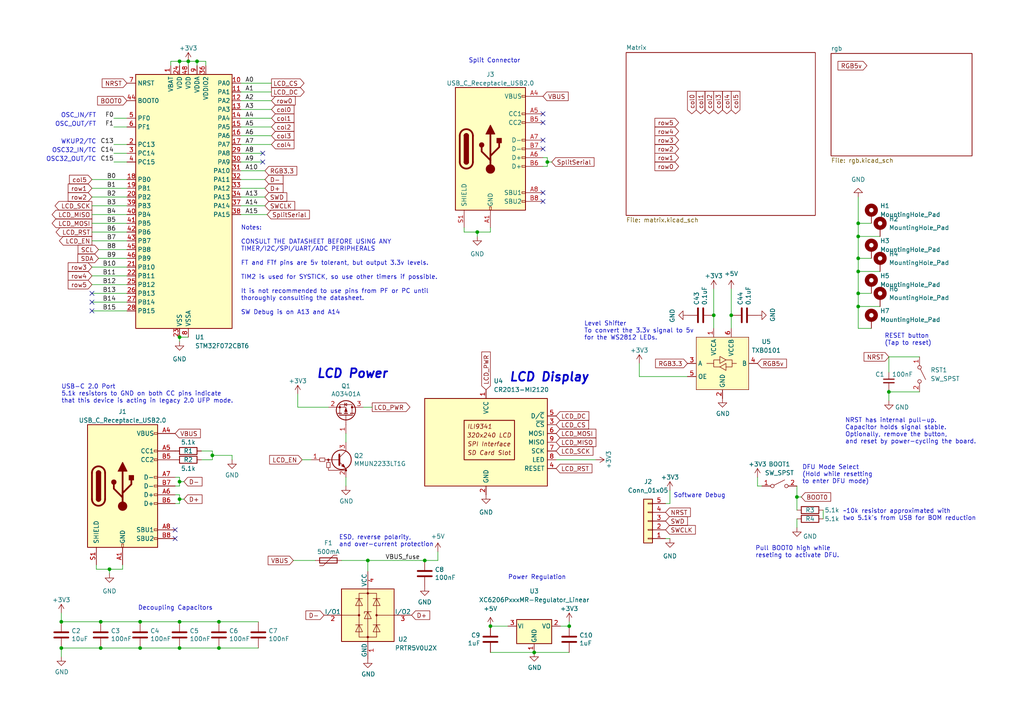
<source format=kicad_sch>
(kicad_sch (version 20231120) (generator "eeschema") (generator_version "8.0")
  (paper "A4")
  (lib_symbols
    (symbol "+5V_1" (power) (pin_names (offset 0))
      (property "Value" "+5V_1" (at 0 3.556 0))
      (symbol "+5V_1_1_1"
        (pin power_in line (at 0 0 90) (length 0) hide (name "+5V") (number "1"))
      )
    )
    (symbol "Connector:USB_C_Receptacle_USB2.0" (pin_names (offset 1.016))
      (property "Reference" "J" (at -10.16 19.05 0))
      (property "Value" "USB_C_Receptacle_USB2.0" (at 19.05 19.05 0))
      (symbol "USB_C_Receptacle_USB2.0_1_1"
        (pin passive line (at 0 -22.86 90) (length 5.08) (name "GND") (number "A1"))
        (pin passive line (at 0 -22.86 90) (length 5.08) hide (name "GND") (number "A12"))
        (pin passive line (at 15.24 15.24 180) (length 5.08) (name "VBUS") (number "A4"))
        (pin bidirectional line (at 15.24 10.16 180) (length 5.08) (name "CC1") (number "A5"))
        (pin bidirectional line (at 15.24 -2.54 180) (length 5.08) (name "D+") (number "A6"))
        (pin bidirectional line (at 15.24 2.54 180) (length 5.08) (name "D-") (number "A7"))
        (pin bidirectional line (at 15.24 -12.7 180) (length 5.08) (name "SBU1") (number "A8"))
        (pin passive line (at 15.24 15.24 180) (length 5.08) hide (name "VBUS") (number "A9"))
        (pin passive line (at 0 -22.86 90) (length 5.08) hide (name "GND") (number "B1"))
        (pin passive line (at 0 -22.86 90) (length 5.08) hide (name "GND") (number "B12"))
        (pin passive line (at 15.24 15.24 180) (length 5.08) hide (name "VBUS") (number "B4"))
        (pin bidirectional line (at 15.24 7.62 180) (length 5.08) (name "CC2") (number "B5"))
        (pin bidirectional line (at 15.24 -5.08 180) (length 5.08) (name "D+") (number "B6"))
        (pin bidirectional line (at 15.24 0 180) (length 5.08) (name "D-") (number "B7"))
        (pin bidirectional line (at 15.24 -15.24 180) (length 5.08) (name "SBU2") (number "B8"))
        (pin passive line (at 15.24 15.24 180) (length 5.08) hide (name "VBUS") (number "B9"))
        (pin passive line (at -7.62 -22.86 90) (length 5.08) (name "SHIELD") (number "S1"))
      )
    )
    (symbol "Connector_Generic:Conn_01x05" (pin_names (offset 1.016) hide)
      (property "Reference" "J" (at 0 7.62 0))
      (property "Value" "Conn_01x05" (at 0 -7.62 0))
      (symbol "Conn_01x05_1_1"
        (pin passive line (at -5.08 5.08 0) (length 3.81) (name "Pin_1") (number "1"))
        (pin passive line (at -5.08 2.54 0) (length 3.81) (name "Pin_2") (number "2"))
        (pin passive line (at -5.08 0 0) (length 3.81) (name "Pin_3") (number "3"))
        (pin passive line (at -5.08 -2.54 0) (length 3.81) (name "Pin_4") (number "4"))
        (pin passive line (at -5.08 -5.08 0) (length 3.81) (name "Pin_5") (number "5"))
      )
    )
    (symbol "Device:C" (pin_numbers hide) (pin_names (offset 0.254))
      (property "Reference" "C" (at 0.635 2.54 0))
      (property "Value" "C" (at 0.635 -2.54 0))
      (symbol "C_1_1"
        (pin passive line (at 0 3.81 270) (length 2.794) (name "~") (number "1"))
        (pin passive line (at 0 -3.81 90) (length 2.794) (name "~") (number "2"))
      )
    )
    (symbol "Device:C_Small" (pin_numbers hide) (pin_names (offset 0.254) hide)
      (property "Reference" "C" (at 0.254 1.778 0))
      (property "Value" "C_Small" (at 0.254 -2.032 0))
      (symbol "C_Small_1_1"
        (pin passive line (at 0 2.54 270) (length 2.032) (name "~") (number "1"))
        (pin passive line (at 0 -2.54 90) (length 2.032) (name "~") (number "2"))
      )
    )
    (symbol "Device:Polyfuse" (pin_numbers hide) (pin_names (offset 0))
      (property "Reference" "F" (at -2.54 0 90))
      (property "Value" "Polyfuse" (at 2.54 0 90))
      (symbol "Polyfuse_1_1"
        (pin passive line (at 0 3.81 270) (length 1.27) (name "~") (number "1"))
        (pin passive line (at 0 -3.81 90) (length 1.27) (name "~") (number "2"))
      )
    )
    (symbol "Device:Q_NPN_BEC_BRT" (pin_names hide)
      (property "Reference" "Q" (at 3.81 1.27 0))
      (property "Value" "Q_NPN_BEC_BRT" (at 3.81 -1.27 0))
      (symbol "Q_NPN_BEC_BRT_1_1"
        (pin input line (at -8.89 0 0) (length 2.54) (name "B") (number "1"))
        (pin passive line (at 1.27 -5.08 90) (length 2.54) (name "E") (number "2"))
        (pin passive line (at 1.27 5.08 270) (length 2.54) (name "C") (number "3"))
      )
    )
    (symbol "Device:R" (pin_numbers hide) (pin_names (offset 0))
      (property "Reference" "R" (at 2.032 0 90))
      (property "Value" "R" (at 0 0 90))
      (symbol "R_1_1"
        (pin passive line (at 0 3.81 270) (length 1.27) (name "~") (number "1"))
        (pin passive line (at 0 -3.81 90) (length 1.27) (name "~") (number "2"))
      )
    )
    (symbol "Djinn-rescue:GND-power" (power) (pin_names (offset 0))
      (property "Value" "power_GND" (at 0 -3.81 0))
      (symbol "GND-power_1_1"
        (pin power_in line (at 0 0 270) (length 0) hide (name "GND") (number "1"))
      )
    )
    (symbol "Driver_Display:CR2013-MI2120" (pin_names (offset 0.762))
      (property "Reference" "U4" (at 2.1941 17.78 0))
      (property "Value" "CR2013-MI2120" (at 2.1941 15.24 0))
      (symbol "CR2013-MI2120_0_0"
        (text "320x240 LCD" (at 0.889 2.032 0) (effects (font (size 1.27 1.27) (italic yes))))
        (text "ILI9341" (at -5.461 4.572 0) (effects (font (size 1.27 1.27) (italic yes)) (justify left)))
        (text "SD Card Slot" (at -5.461 -3.048 0) (effects (font (size 1.27 1.27) (italic yes)) (justify left)))
        (text "SPI Interface" (at -5.461 -0.508 0) (effects (font (size 1.27 1.27) (italic yes)) (justify left)))
      )
      (symbol "CR2013-MI2120_1_1"
        (pin power_in line (at 0 15.24 270) (length 2.54) (name "VCC") (number "1"))
        (pin power_in line (at 0 -15.24 90) (length 2.54) (name "GND") (number "2"))
        (pin input line (at 20.32 5.08 180) (length 2.54) (name "~{CS}") (number "3"))
        (pin input line (at 20.32 -7.62 180) (length 2.54) (name "RESET") (number "4"))
        (pin input line (at 20.32 7.62 180) (length 2.54) (name "D/~{C}") (number "5"))
        (pin input line (at 20.32 2.54 180) (length 2.54) (name "MOSI") (number "6"))
        (pin input line (at 20.32 -2.54 180) (length 2.54) (name "SCK") (number "7"))
        (pin input line (at 20.32 -5.08 180) (length 2.54) (name "LED") (number "8"))
        (pin output line (at 20.32 0 180) (length 2.54) (name "MISO") (number "9"))
      )
    )
    (symbol "GND_1" (power) (pin_numbers hide) (pin_names (offset 0) hide)
      (property "Value" "GND" (at 0 -3.81 0))
      (symbol "GND_1_1_1"
        (pin power_in line (at 0 0 270) (length 0) (name "~") (number "1"))
      )
    )
    (symbol "MCU_ST_STM32F0:STM32F072CBTx"
      (property "Reference" "U" (at -12.7 39.37 0))
      (property "Value" "STM32F072CBTx" (at 10.16 39.37 0))
      (symbol "STM32F072CBTx_1_1"
        (pin power_in line (at -2.54 40.64 270) (length 2.54) (name "VBAT") (number "1"))
        (pin bidirectional line (at 17.78 35.56 180) (length 2.54) (name "PA0") (number "10"))
        (pin bidirectional line (at 17.78 33.02 180) (length 2.54) (name "PA1") (number "11"))
        (pin bidirectional line (at 17.78 30.48 180) (length 2.54) (name "PA2") (number "12"))
        (pin bidirectional line (at 17.78 27.94 180) (length 2.54) (name "PA3") (number "13"))
        (pin bidirectional line (at 17.78 25.4 180) (length 2.54) (name "PA4") (number "14"))
        (pin bidirectional line (at 17.78 22.86 180) (length 2.54) (name "PA5") (number "15"))
        (pin bidirectional line (at 17.78 20.32 180) (length 2.54) (name "PA6") (number "16"))
        (pin bidirectional line (at 17.78 17.78 180) (length 2.54) (name "PA7") (number "17"))
        (pin bidirectional line (at -15.24 7.62 0) (length 2.54) (name "PB0") (number "18"))
        (pin bidirectional line (at -15.24 5.08 0) (length 2.54) (name "PB1") (number "19"))
        (pin bidirectional line (at -15.24 17.78 0) (length 2.54) (name "PC13") (number "2"))
        (pin bidirectional line (at -15.24 2.54 0) (length 2.54) (name "PB2") (number "20"))
        (pin bidirectional line (at -15.24 -17.78 0) (length 2.54) (name "PB10") (number "21"))
        (pin bidirectional line (at -15.24 -20.32 0) (length 2.54) (name "PB11") (number "22"))
        (pin power_in line (at 0 -38.1 90) (length 2.54) (name "VSS") (number "23"))
        (pin power_in line (at 0 40.64 270) (length 2.54) (name "VDD") (number "24"))
        (pin bidirectional line (at -15.24 -22.86 0) (length 2.54) (name "PB12") (number "25"))
        (pin bidirectional line (at -15.24 -25.4 0) (length 2.54) (name "PB13") (number "26"))
        (pin bidirectional line (at -15.24 -27.94 0) (length 2.54) (name "PB14") (number "27"))
        (pin bidirectional line (at -15.24 -30.48 0) (length 2.54) (name "PB15") (number "28"))
        (pin bidirectional line (at 17.78 15.24 180) (length 2.54) (name "PA8") (number "29"))
        (pin bidirectional line (at -15.24 15.24 0) (length 2.54) (name "PC14") (number "3"))
        (pin bidirectional line (at 17.78 12.7 180) (length 2.54) (name "PA9") (number "30"))
        (pin bidirectional line (at 17.78 10.16 180) (length 2.54) (name "PA10") (number "31"))
        (pin bidirectional line (at 17.78 7.62 180) (length 2.54) (name "PA11") (number "32"))
        (pin bidirectional line (at 17.78 5.08 180) (length 2.54) (name "PA12") (number "33"))
        (pin bidirectional line (at 17.78 2.54 180) (length 2.54) (name "PA13") (number "34"))
        (pin passive line (at 0 -38.1 90) (length 2.54) hide (name "VSS") (number "35"))
        (pin power_in line (at 7.62 40.64 270) (length 2.54) (name "VDDIO2") (number "36"))
        (pin bidirectional line (at 17.78 0 180) (length 2.54) (name "PA14") (number "37"))
        (pin bidirectional line (at 17.78 -2.54 180) (length 2.54) (name "PA15") (number "38"))
        (pin bidirectional line (at -15.24 0 0) (length 2.54) (name "PB3") (number "39"))
        (pin bidirectional line (at -15.24 12.7 0) (length 2.54) (name "PC15") (number "4"))
        (pin bidirectional line (at -15.24 -2.54 0) (length 2.54) (name "PB4") (number "40"))
        (pin bidirectional line (at -15.24 -5.08 0) (length 2.54) (name "PB5") (number "41"))
        (pin bidirectional line (at -15.24 -7.62 0) (length 2.54) (name "PB6") (number "42"))
        (pin bidirectional line (at -15.24 -10.16 0) (length 2.54) (name "PB7") (number "43"))
        (pin input line (at -15.24 30.48 0) (length 2.54) (name "BOOT0") (number "44"))
        (pin bidirectional line (at -15.24 -12.7 0) (length 2.54) (name "PB8") (number "45"))
        (pin bidirectional line (at -15.24 -15.24 0) (length 2.54) (name "PB9") (number "46"))
        (pin passive line (at 0 -38.1 90) (length 2.54) hide (name "VSS") (number "47"))
        (pin power_in line (at 2.54 40.64 270) (length 2.54) (name "VDD") (number "48"))
        (pin bidirectional line (at -15.24 25.4 0) (length 2.54) (name "PF0") (number "5"))
        (pin bidirectional line (at -15.24 22.86 0) (length 2.54) (name "PF1") (number "6"))
        (pin input line (at -15.24 35.56 0) (length 2.54) (name "NRST") (number "7"))
        (pin power_in line (at 2.54 -38.1 90) (length 2.54) (name "VSSA") (number "8"))
        (pin power_in line (at 5.08 40.64 270) (length 2.54) (name "VDDA") (number "9"))
      )
    )
    (symbol "Mechanical:MountingHole_Pad" (pin_numbers hide) (pin_names (offset 1.016) hide) (exclude_from_sim yes) (in_bom no)
      (property "Reference" "H" (at 0 6.35 0))
      (property "Value" "MountingHole_Pad" (at 0 4.445 0))
      (symbol "MountingHole_Pad_1_1"
        (pin input line (at 0 -2.54 90) (length 2.54) (name "1") (number "1"))
      )
    )
    (symbol "PCM_marbastlib-various:TXB0101"
      (property "Reference" "U" (at -6.35 11.43 0))
      (property "Value" "TXB0101" (at 3.81 11.43 0))
      (symbol "TXB0101_1_1"
        (pin power_in line (at -2.54 12.7 270) (length 2.54) (name "VCCA") (number "1"))
        (pin power_in line (at 0 -7.62 90) (length 2.54) (name "GND") (number "2"))
        (pin bidirectional line (at -10.16 2.54 0) (length 2.54) (name "A") (number "3"))
        (pin bidirectional line (at 10.16 2.54 180) (length 2.54) (name "B") (number "4"))
        (pin input line (at -10.16 -1.27 0) (length 2.54) (name "OE") (number "5"))
        (pin power_in line (at 2.54 12.7 270) (length 2.54) (name "VCCB") (number "6"))
      )
    )
    (symbol "Power_Protection:PRTR5V0U2X" (pin_names (offset 0))
      (property "Reference" "D" (at 2.794 8.636 0))
      (property "Value" "PRTR5V0U2X" (at 8.128 -9.398 0))
      (symbol "PRTR5V0U2X_1_1"
        (pin passive line (at 0 -12.7 90) (length 5.08) (name "GND") (number "1"))
        (pin passive line (at -12.7 0 0) (length 5.08) (name "I/O1") (number "2"))
        (pin passive line (at 12.7 0 180) (length 5.08) (name "I/O2") (number "3"))
        (pin passive line (at 0 12.7 270) (length 5.08) (name "VCC") (number "4"))
      )
    )
    (symbol "Switch:SW_SPST" (pin_names (offset 0) hide)
      (property "Reference" "SW" (at 0 3.175 0))
      (property "Value" "SW_SPST" (at 0 -2.54 0))
      (symbol "SW_SPST_1_1"
        (pin passive line (at -5.08 0 0) (length 2.54) (name "A") (number "1"))
        (pin passive line (at 5.08 0 180) (length 2.54) (name "B") (number "2"))
      )
    )
    (symbol "Transistor_FET:AO3401A" (pin_names hide)
      (property "Reference" "Q" (at 5.08 1.905 0))
      (property "Value" "AO3401A" (at 5.08 0 0))
      (symbol "AO3401A_1_1"
        (pin input line (at -5.08 0 0) (length 2.54) (name "G") (number "1"))
        (pin passive line (at 2.54 -5.08 90) (length 2.54) (name "S") (number "2"))
        (pin passive line (at 2.54 5.08 270) (length 2.54) (name "D") (number "3"))
      )
    )
    (symbol "kicad-keyboard-parts:XC6206PxxxMR-Regulator_Linear" (pin_names (offset 0.254))
      (property "Reference" "U" (at -3.81 3.175 0))
      (property "Value" "XC6206PxxxMR-Regulator_Linear" (at 0 3.175 0))
      (property "LCSC" "C5446" (at 0 0 0))
      (symbol "XC6206PxxxMR-Regulator_Linear_1_1"
        (pin power_in line (at 0 -7.62 90) (length 2.54) (name "GND") (number "1"))
        (pin power_out line (at 7.62 0 180) (length 2.54) (name "VO") (number "2"))
        (pin power_in line (at -7.62 0 0) (length 2.54) (name "VI") (number "3"))
      )
    )
    (symbol "power:+3V3" (power) (pin_names (offset 0))
      (property "Value" "+3V3" (at 0 3.556 0))
      (symbol "+3V3_1_1"
        (pin power_in line (at 0 0 90) (length 0) hide (name "+3V3") (number "1"))
      )
    )
    (symbol "power:+5V" (power) (pin_names (offset 0))
      (property "Value" "+5V" (at 0 3.556 0))
      (symbol "+5V_1_1"
        (pin power_in line (at 0 0 90) (length 0) hide (name "+5V") (number "1"))
      )
    )
    (symbol "power:GND" (power) (pin_names (offset 0))
      (property "Value" "GND" (at 0 -3.81 0))
      (symbol "GND_1_1"
        (pin power_in line (at 0 0 270) (length 0) hide (name "GND") (number "1"))
      )
    )
  )
  (junction (at 17.78 180.34))
  (junction (at 248.92 74.93))
  (junction (at 207.01 91.44))
  (junction (at 138.43 67.31))
  (junction (at 61.595 132.08))
  (junction (at 52.07 17.78))
  (junction (at 54.61 17.78))
  (junction (at 52.07 144.78))
  (junction (at 52.07 139.7))
  (junction (at 52.07 180.34))
  (junction (at 106.68 162.56))
  (junction (at 17.78 187.96))
  (junction (at 52.07 97.79))
  (junction (at 29.21 180.34))
  (junction (at 248.92 78.74))
  (junction (at 63.5 180.34))
  (junction (at 248.92 64.77))
  (junction (at 29.21 187.96))
  (junction (at 248.92 88.9))
  (junction (at 231.14 144.145))
  (junction (at 212.09 91.44))
  (junction (at 248.92 85.09))
  (junction (at 40.64 180.34))
  (junction (at 154.94 189.23) (diameter 0.9144))
  (junction (at 40.64 187.96))
  (junction (at 123.19 162.56))
  (junction (at 63.5 187.96))
  (junction (at 57.15 17.78))
  (junction (at 52.07 187.96))
  (junction (at 257.81 113.665))
  (junction (at 165.1 181.61))
  (junction (at 31.75 165.1))
  (junction (at 248.92 68.58))
  (junction (at 142.24 181.61))
  (junction (at 158.75 46.99))
  (no_connect (at 76.2 46.99))
  (no_connect (at 157.48 43.18))
  (no_connect (at 50.8 153.67))
  (no_connect (at 157.48 58.42))
  (no_connect (at 26.67 90.17))
  (no_connect (at 50.8 156.21))
  (no_connect (at 26.67 87.63))
  (no_connect (at 157.48 33.02))
  (no_connect (at 157.48 35.56))
  (no_connect (at 157.48 40.64))
  (no_connect (at 157.48 55.88))
  (no_connect (at 26.67 85.09))
  (no_connect (at 76.2 44.45))
  (wire (pts (xy 248.92 88.9) (xy 248.92 85.09)))
  (wire (pts (xy 69.85 44.45) (xy 76.2 44.45)))
  (wire (pts (xy 69.85 39.37) (xy 78.74 39.37)))
  (wire (pts (xy 63.5 187.96) (xy 74.93 187.96)))
  (wire (pts (xy 123.19 162.56) (xy 127 162.56)))
  (wire (pts (xy 248.92 95.25) (xy 248.92 88.9)))
  (wire (pts (xy 138.43 68.58) (xy 138.43 67.31)))
  (wire (pts (xy 17.78 177.8) (xy 17.78 180.34)))
  (wire (pts (xy 26.67 80.01) (xy 36.83 80.01)))
  (wire (pts (xy 248.92 57.15) (xy 248.92 64.77)))
  (wire (pts (xy 100.33 125.73) (xy 100.33 128.27)))
  (wire (pts (xy 127 160.02) (xy 127 162.56)))
  (wire (pts (xy 40.64 180.34) (xy 29.21 180.34)))
  (wire (pts (xy 52.07 138.43) (xy 52.07 139.7)))
  (wire (pts (xy 67.31 132.08) (xy 67.31 133.35)))
  (wire (pts (xy 207.01 83.82) (xy 207.01 91.44)))
  (wire (pts (xy 69.85 57.15) (xy 76.835 57.15)))
  (wire (pts (xy 248.92 74.93) (xy 248.92 68.58)))
  (wire (pts (xy 248.92 78.74) (xy 248.92 74.93)))
  (wire (pts (xy 52.07 146.05) (xy 52.07 144.78)))
  (wire (pts (xy 33.02 44.45) (xy 36.83 44.45)))
  (wire (pts (xy 26.67 77.47) (xy 36.83 77.47)))
  (wire (pts (xy 26.67 54.61) (xy 36.83 54.61)))
  (wire (pts (xy 26.67 52.07) (xy 36.83 52.07)))
  (wire (pts (xy 29.21 180.34) (xy 17.78 180.34)))
  (wire (pts (xy 40.64 187.96) (xy 52.07 187.96)))
  (wire (pts (xy 194.31 142.24) (xy 194.31 146.05)))
  (wire (pts (xy 52.07 17.78) (xy 52.07 19.05)))
  (wire (pts (xy 17.78 190.5) (xy 17.78 187.96)))
  (wire (pts (xy 69.85 54.61) (xy 76.835 54.61)))
  (wire (pts (xy 185.42 109.22) (xy 199.39 109.22)))
  (wire (pts (xy 33.02 36.83) (xy 36.83 36.83)))
  (wire (pts (xy 61.595 133.35) (xy 61.595 132.08)))
  (wire (pts (xy 28.575 72.39) (xy 36.83 72.39)))
  (wire (pts (xy 26.67 57.15) (xy 36.83 57.15)))
  (wire (pts (xy 134.62 67.31) (xy 138.43 67.31)))
  (wire (pts (xy 86.36 114.3) (xy 86.36 118.11)))
  (wire (pts (xy 33.02 46.99) (xy 36.83 46.99)))
  (wire (pts (xy 154.94 189.23) (xy 165.1 189.23)))
  (wire (pts (xy 231.14 140.97) (xy 231.14 144.145)))
  (wire (pts (xy 52.07 99.06) (xy 52.07 97.79)))
  (wire (pts (xy 26.67 85.09) (xy 36.83 85.09)))
  (wire (pts (xy 248.92 78.74) (xy 255.27 78.74)))
  (wire (pts (xy 50.8 143.51) (xy 52.07 143.51)))
  (wire (pts (xy 61.595 132.08) (xy 67.31 132.08)))
  (wire (pts (xy 26.67 67.31) (xy 36.83 67.31)))
  (wire (pts (xy 165.1 180.34) (xy 165.1 181.61)))
  (wire (pts (xy 69.85 62.23) (xy 77.47 62.23)))
  (wire (pts (xy 52.07 97.79) (xy 54.61 97.79)))
  (wire (pts (xy 69.85 49.53) (xy 76.835 49.53)))
  (wire (pts (xy 52.07 180.34) (xy 63.5 180.34)))
  (wire (pts (xy 194.31 146.05) (xy 193.04 146.05)))
  (wire (pts (xy 157.48 45.72) (xy 158.75 45.72)))
  (wire (pts (xy 26.67 62.23) (xy 36.83 62.23)))
  (wire (pts (xy 49.53 17.78) (xy 52.07 17.78)))
  (wire (pts (xy 26.67 64.77) (xy 36.83 64.77)))
  (wire (pts (xy 100.33 138.43) (xy 100.33 140.97)))
  (wire (pts (xy 69.85 34.29) (xy 78.74 34.29)))
  (wire (pts (xy 238.76 147.955) (xy 238.76 150.495)))
  (wire (pts (xy 52.07 139.7) (xy 52.07 140.97)))
  (wire (pts (xy 69.85 59.69) (xy 76.835 59.69)))
  (wire (pts (xy 26.67 82.55) (xy 36.83 82.55)))
  (wire (pts (xy 52.07 17.78) (xy 54.61 17.78)))
  (wire (pts (xy 185.42 109.22) (xy 185.42 105.41)))
  (wire (pts (xy 212.09 83.82) (xy 212.09 91.44)))
  (wire (pts (xy 49.53 17.78) (xy 49.53 19.05)))
  (wire (pts (xy 33.02 41.91) (xy 36.83 41.91)))
  (wire (pts (xy 142.24 181.61) (xy 147.32 181.61)))
  (wire (pts (xy 162.56 181.61) (xy 165.1 181.61)))
  (wire (pts (xy 85.09 162.56) (xy 91.44 162.56)))
  (wire (pts (xy 40.64 187.96) (xy 29.21 187.96)))
  (wire (pts (xy 257.81 103.505) (xy 257.81 107.95)))
  (wire (pts (xy 231.14 144.145) (xy 231.14 147.955)))
  (wire (pts (xy 90.17 133.35) (xy 87.63 133.35)))
  (wire (pts (xy 26.67 87.63) (xy 36.83 87.63)))
  (wire (pts (xy 50.8 140.97) (xy 52.07 140.97)))
  (wire (pts (xy 158.75 46.99) (xy 160.02 46.99)))
  (wire (pts (xy 231.14 150.495) (xy 231.14 153.035)))
  (wire (pts (xy 257.81 103.505) (xy 266.7 103.505)))
  (wire (pts (xy 134.62 66.04) (xy 134.62 67.31)))
  (wire (pts (xy 29.21 187.96) (xy 17.78 187.96)))
  (wire (pts (xy 69.85 24.13) (xy 78.74 24.13)))
  (wire (pts (xy 257.81 113.665) (xy 266.7 113.665)))
  (wire (pts (xy 35.56 165.1) (xy 35.56 163.83)))
  (wire (pts (xy 52.07 143.51) (xy 52.07 144.78)))
  (wire (pts (xy 193.04 156.21) (xy 194.31 156.21)))
  (wire (pts (xy 248.92 88.9) (xy 255.27 88.9)))
  (wire (pts (xy 69.85 29.21) (xy 78.74 29.21)))
  (wire (pts (xy 27.94 165.1) (xy 31.75 165.1)))
  (wire (pts (xy 106.68 162.56) (xy 123.19 162.56)))
  (wire (pts (xy 69.85 46.99) (xy 76.2 46.99)))
  (wire (pts (xy 158.75 48.26) (xy 158.75 46.99)))
  (wire (pts (xy 248.92 64.77) (xy 252.73 64.77)))
  (wire (pts (xy 40.64 180.34) (xy 52.07 180.34)))
  (wire (pts (xy 231.14 144.145) (xy 232.41 144.145)))
  (wire (pts (xy 52.07 139.7) (xy 53.34 139.7)))
  (wire (pts (xy 57.15 17.78) (xy 54.61 17.78)))
  (wire (pts (xy 52.07 144.78) (xy 53.34 144.78)))
  (wire (pts (xy 158.75 45.72) (xy 158.75 46.99)))
  (wire (pts (xy 59.69 17.78) (xy 59.69 19.05)))
  (wire (pts (xy 69.85 36.83) (xy 78.74 36.83)))
  (wire (pts (xy 154.94 189.23) (xy 142.24 189.23)))
  (wire (pts (xy 28.575 74.93) (xy 36.83 74.93)))
  (wire (pts (xy 50.8 138.43) (xy 52.07 138.43)))
  (wire (pts (xy 69.85 31.75) (xy 78.74 31.75)))
  (wire (pts (xy 54.61 17.78) (xy 54.61 19.05)))
  (wire (pts (xy 220.98 140.97) (xy 219.71 140.97)))
  (wire (pts (xy 63.5 180.34) (xy 74.93 180.34)))
  (wire (pts (xy 31.75 165.1) (xy 35.56 165.1)))
  (wire (pts (xy 26.67 59.69) (xy 36.83 59.69)))
  (wire (pts (xy 50.8 146.05) (xy 52.07 146.05)))
  (wire (pts (xy 248.92 68.58) (xy 255.27 68.58)))
  (wire (pts (xy 207.01 91.44) (xy 207.01 95.25)))
  (wire (pts (xy 69.85 52.07) (xy 76.835 52.07)))
  (wire (pts (xy 33.02 34.29) (xy 36.83 34.29)))
  (wire (pts (xy 31.75 166.37) (xy 31.75 165.1)))
  (wire (pts (xy 105.41 118.11) (xy 107.95 118.11)))
  (wire (pts (xy 57.15 17.78) (xy 57.15 19.05)))
  (wire (pts (xy 142.24 67.31) (xy 142.24 66.04)))
  (wire (pts (xy 86.36 118.11) (xy 95.25 118.11)))
  (wire (pts (xy 58.42 133.35) (xy 61.595 133.35)))
  (wire (pts (xy 252.73 95.25) (xy 248.92 95.25)))
  (wire (pts (xy 69.85 41.91) (xy 78.74 41.91)))
  (wire (pts (xy 52.07 187.96) (xy 63.5 187.96)))
  (wire (pts (xy 27.94 163.83) (xy 27.94 165.1)))
  (wire (pts (xy 257.81 113.665) (xy 257.81 113.03)))
  (wire (pts (xy 248.92 74.93) (xy 252.73 74.93)))
  (wire (pts (xy 138.43 67.31) (xy 142.24 67.31)))
  (wire (pts (xy 212.09 91.44) (xy 212.09 95.25)))
  (wire (pts (xy 26.67 90.17) (xy 36.83 90.17)))
  (wire (pts (xy 58.42 130.81) (xy 61.595 130.81)))
  (wire (pts (xy 248.92 85.09) (xy 248.92 78.74)))
  (wire (pts (xy 248.92 68.58) (xy 248.92 64.77)))
  (wire (pts (xy 257.81 116.205) (xy 257.81 113.665)))
  (wire (pts (xy 161.29 133.35) (xy 172.72 133.35)))
  (wire (pts (xy 219.71 138.43) (xy 219.71 140.97)))
  (wire (pts (xy 106.68 162.56) (xy 106.68 165.735)))
  (wire (pts (xy 99.06 162.56) (xy 106.68 162.56)))
  (wire (pts (xy 26.67 69.85) (xy 36.83 69.85)))
  (wire (pts (xy 61.595 132.08) (xy 61.595 130.81)))
  (wire (pts (xy 157.48 48.26) (xy 158.75 48.26)))
  (wire (pts (xy 69.85 26.67) (xy 78.74 26.67)))
  (wire (pts (xy 248.92 85.09) (xy 252.73 85.09)))
  (wire (pts (xy 57.15 17.78) (xy 59.69 17.78)))
  (text "Decoupling Capacitors" (at 40.005 177.165 0) (effects (font (size 1.27 1.27)) (justify left bottom)))
  (text "~10k resistor approximated with\ntwo 5.1k's from USB for BOM reduction" (at 244.475 151.13 0) (effects (font (size 1.27 1.27)) (justify left bottom)))
  (text "LCD Power" (at 91.694 109.982 0) (effects (font (size 2.54 2.54) (thickness 0.508) (bold yes) (italic yes)) (justify left bottom)))
  (text "Notes:\n\nCONSULT THE DATASHEET BEFORE USING ANY \nTIMER/I2C/SPI/UART/ADC PERIPHERALS\n\nFT and FTf pins are 5v tolerant, but output 3.3v levels.\n\nTIM2 is used for SYSTICK, so use other timers if possible.\n\nIt is not recommended to use pins from PF or PC until\nthoroughly consulting the datasheet.\n\nSW Debug is on A13 and A14" (at 69.85 91.44 0) (effects (font (size 1.27 1.27)) (justify left bottom)))
  (text "RESET button\n(Tap to reset)" (at 256.54 100.33 0) (effects (font (size 1.27 1.27)) (justify left bottom)))
  (text "Power Regulation" (at 147.32 168.275 0) (effects (font (size 1.27 1.27)) (justify left bottom)))
  (text "OSC_IN/FT" (at 27.94 34.29 0) (effects (font (size 1.27 1.27)) (justify right bottom)))
  (text "OSC32_OUT/TC" (at 27.94 46.99 0) (effects (font (size 1.27 1.27)) (justify right bottom)))
  (text "USB-C 2.0 Port\n5.1k resistors to GND on both CC pins indicate\nthat this device is acting in legacy 2.0 UFP mode." (at 17.78 117.094 0) (effects (font (size 1.27 1.27)) (justify left bottom)))
  (text "WKUP2/TC" (at 27.94 41.91 0) (effects (font (size 1.27 1.27)) (justify right bottom)))
  (text "OSC_OUT/FT" (at 27.94 36.83 0) (effects (font (size 1.27 1.27)) (justify right bottom)))
  (text "ESD, reverse polarity,\nand over-current protection" (at 98.298 158.75 0) (effects (font (size 1.27 1.27)) (justify left bottom)))
  (text "Split Connector" (at 135.89 18.415 0) (effects (font (size 1.27 1.27)) (justify left bottom)))
  (text "Software Debug" (at 195.326 144.526 0) (effects (font (size 1.27 1.27)) (justify left bottom)))
  (text "NRST has internal pull-up.\nCapacitor holds signal stable.\nOptionally, remove the button,\nand reset by power-cycling the board." (at 245.11 128.905 0) (effects (font (size 1.27 1.27)) (justify left bottom)))
  (text "OSC32_IN/TC" (at 27.94 44.45 0) (effects (font (size 1.27 1.27)) (justify right bottom)))
  (text "Pull BOOT0 high while \nreseting to activate DFU." (at 219.075 161.925 0) (effects (font (size 1.27 1.27)) (justify left bottom)))
  (text "Level Shifter\nTo convert the 3.3v signal to 5v\nfor the WS2812 LEDs." (at 169.418 98.806 0) (effects (font (size 1.27 1.27)) (justify left bottom)))
  (text "LCD Display" (at 147.574 110.998 0) (effects (font (size 2.54 2.54) (thickness 0.508) (bold yes) (italic yes)) (justify left bottom)))
  (text "DFU Mode Select\n(Hold while resetting\nto enter DFU mode)" (at 232.664 140.462 0) (effects (font (size 1.27 1.27)) (justify left bottom)))
  (label "A0" (at 71.12 24.13 0))
  (label "B11" (at 33.655 80.01 180))
  (label "C13" (at 33.02 41.91 180))
  (label "A6" (at 71.12 39.37 0))
  (label "B4" (at 33.655 62.23 180))
  (label "A7" (at 71.12 41.91 0))
  (label "A4" (at 71.12 34.29 0))
  (label "B2" (at 33.655 57.15 180))
  (label "B8" (at 33.655 72.39 180))
  (label "F0" (at 33.02 34.29 180))
  (label "B13" (at 33.655 85.09 180))
  (label "A3" (at 71.12 31.75 0))
  (label "A10" (at 71.12 49.53 0))
  (label "A9" (at 71.12 46.99 0))
  (label "C14" (at 33.02 44.45 180))
  (label "A2" (at 71.12 29.21 0))
  (label "B5" (at 33.655 64.77 180))
  (label "B0" (at 33.655 52.07 180))
  (label "F1" (at 33.02 36.83 180))
  (label "C15" (at 33.02 46.99 180))
  (label "A8" (at 71.12 44.45 0))
  (label "B1" (at 33.655 54.61 180))
  (label "B7" (at 33.655 69.85 180))
  (label "B10" (at 33.655 77.47 180))
  (label "B9" (at 33.655 74.93 180))
  (label "B6" (at 33.655 67.31 180))
  (label "A13" (at 71.12 57.15 0))
  (label "VBUS_fuse" (at 111.76 162.56 0))
  (label "A1" (at 71.12 26.67 0))
  (label "B3" (at 33.655 59.69 180))
  (label "B15" (at 33.655 90.17 180))
  (label "A5" (at 71.12 36.83 0))
  (label "B14" (at 33.655 87.63 180))
  (label "A15" (at 71.12 62.23 0))
  (label "A14" (at 71.12 59.69 0))
  (label "B12" (at 33.655 82.55 180))
  (global_label "RGB5v" (shape input) (at 219.71 105.41 0) (property "Intersheetrefs" "${INTERSHEET_REFS}" (effects (hide yes))))
  (global_label "SDA" (shape input) (at 28.575 74.93 180) (property "Intersheetrefs" "${INTERSHEET_REFS}" (effects (hide yes))))
  (global_label "LCD_MISO" (shape input) (at 161.29 128.27 0) (property "Intersheetrefs" "${INTERSHEET_REFS}" (effects (hide yes))))
  (global_label "VBUS" (shape input) (at 157.48 27.94 0) (property "Intersheetrefs" "${INTERSHEET_REFS}" (effects (hide yes))))
  (global_label "col3" (shape input) (at 78.74 39.37 0) (property "Intersheetrefs" "${INTERSHEET_REFS}" (effects (hide yes))))
  (global_label "SWD" (shape input) (at 76.835 57.15 0) (property "Intersheetrefs" "${INTERSHEET_REFS}" (effects (hide yes))))
  (global_label "row1" (shape input) (at 196.85 45.72 180) (property "Intersheetrefs" "${INTERSHEET_REFS}" (effects (hide yes))))
  (global_label "LCD_EN" (shape output) (at 26.67 69.85 180) (property "Intersheetrefs" "${INTERSHEET_REFS}" (effects (hide yes))))
  (global_label "col0" (shape input) (at 78.74 31.75 0) (property "Intersheetrefs" "${INTERSHEET_REFS}" (effects (hide yes))))
  (global_label "row2" (shape input) (at 196.85 43.18 180) (property "Intersheetrefs" "${INTERSHEET_REFS}" (effects (hide yes))))
  (global_label "RGB3.3" (shape input) (at 199.39 105.41 180) (property "Intersheetrefs" "${INTERSHEET_REFS}" (effects (hide yes))))
  (global_label "LCD_PWR" (shape input) (at 140.97 113.03 90) (property "Intersheetrefs" "${INTERSHEET_REFS}" (effects (hide yes))))
  (global_label "SWCLK" (shape input) (at 193.04 153.67 0) (property "Intersheetrefs" "${INTERSHEET_REFS}" (effects (hide yes))))
  (global_label "NRST" (shape input) (at 257.81 103.505 180) (property "Intersheetrefs" "${INTERSHEET_REFS}" (effects (hide yes))))
  (global_label "SCL" (shape input) (at 28.575 72.39 180) (property "Intersheetrefs" "${INTERSHEET_REFS}" (effects (hide yes))))
  (global_label "LCD_RST" (shape output) (at 26.67 67.31 180) (property "Intersheetrefs" "${INTERSHEET_REFS}" (effects (hide yes))))
  (global_label "row5" (shape input) (at 26.67 82.55 180) (property "Intersheetrefs" "${INTERSHEET_REFS}" (effects (hide yes))))
  (global_label "LCD_CS" (shape output) (at 78.74 24.13 0) (property "Intersheetrefs" "${INTERSHEET_REFS}" (effects (hide yes))))
  (global_label "VBUS" (shape input) (at 50.8 125.73 0) (property "Intersheetrefs" "${INTERSHEET_REFS}" (effects (hide yes))))
  (global_label "LCD_CS" (shape input) (at 161.29 123.19 0) (property "Intersheetrefs" "${INTERSHEET_REFS}" (effects (hide yes))))
  (global_label "LCD_PWR" (shape output) (at 107.95 118.11 0) (property "Intersheetrefs" "${INTERSHEET_REFS}" (effects (hide yes))))
  (global_label "BOOT0" (shape input) (at 232.41 144.145 0) (property "Intersheetrefs" "${INTERSHEET_REFS}" (effects (hide yes))))
  (global_label "LCD_MOSI" (shape output) (at 26.67 64.77 180) (property "Intersheetrefs" "${INTERSHEET_REFS}" (effects (hide yes))))
  (global_label "col5" (shape input) (at 213.36 33.02 90) (property "Intersheetrefs" "${INTERSHEET_REFS}" (effects (hide yes))))
  (global_label "row2" (shape input) (at 26.67 57.15 180) (property "Intersheetrefs" "${INTERSHEET_REFS}" (effects (hide yes))))
  (global_label "BOOT0" (shape input) (at 36.83 29.21 180) (property "Intersheetrefs" "${INTERSHEET_REFS}" (effects (hide yes))))
  (global_label "row4" (shape input) (at 196.85 38.1 180) (property "Intersheetrefs" "${INTERSHEET_REFS}" (effects (hide yes))))
  (global_label "LCD_SCK" (shape output) (at 26.67 59.69 180) (property "Intersheetrefs" "${INTERSHEET_REFS}" (effects (hide yes))))
  (global_label "row3" (shape input) (at 26.67 77.47 180) (property "Intersheetrefs" "${INTERSHEET_REFS}" (effects (hide yes))))
  (global_label "LCD_MISO" (shape output) (at 26.67 62.23 180) (property "Intersheetrefs" "${INTERSHEET_REFS}" (effects (hide yes))))
  (global_label "SWD" (shape input) (at 193.04 151.13 0) (property "Intersheetrefs" "${INTERSHEET_REFS}" (effects (hide yes))))
  (global_label "RGB5v" (shape input) (at 251.46 19.05 180) (property "Intersheetrefs" "${INTERSHEET_REFS}" (effects (hide yes))))
  (global_label "row0" (shape input) (at 78.74 29.21 0) (property "Intersheetrefs" "${INTERSHEET_REFS}" (effects (hide yes))))
  (global_label "NRST" (shape input) (at 193.04 148.59 0) (property "Intersheetrefs" "${INTERSHEET_REFS}" (effects (hide yes))))
  (global_label "D-" (shape input) (at 53.34 139.7 0) (property "Intersheetrefs" "${INTERSHEET_REFS}" (effects (hide yes))))
  (global_label "LCD_DC" (shape output) (at 78.74 26.67 0) (property "Intersheetrefs" "${INTERSHEET_REFS}" (effects (hide yes))))
  (global_label "col2" (shape input) (at 205.74 33.02 90) (property "Intersheetrefs" "${INTERSHEET_REFS}" (effects (hide yes))))
  (global_label "row5" (shape input) (at 196.85 35.56 180) (property "Intersheetrefs" "${INTERSHEET_REFS}" (effects (hide yes))))
  (global_label "row3" (shape input) (at 196.85 40.64 180) (property "Intersheetrefs" "${INTERSHEET_REFS}" (effects (hide yes))))
  (global_label "NRST" (shape input) (at 36.83 24.13 180) (property "Intersheetrefs" "${INTERSHEET_REFS}" (effects (hide yes))))
  (global_label "LCD_MOSI" (shape input) (at 161.29 125.73 0) (property "Intersheetrefs" "${INTERSHEET_REFS}" (effects (hide yes))))
  (global_label "LCD_DC" (shape input) (at 161.29 120.65 0) (property "Intersheetrefs" "${INTERSHEET_REFS}" (effects (hide yes))))
  (global_label "col1" (shape input) (at 78.74 34.29 0) (property "Intersheetrefs" "${INTERSHEET_REFS}" (effects (hide yes))))
  (global_label "col2" (shape input) (at 78.74 36.83 0) (property "Intersheetrefs" "${INTERSHEET_REFS}" (effects (hide yes))))
  (global_label "col3" (shape input) (at 208.28 33.02 90) (property "Intersheetrefs" "${INTERSHEET_REFS}" (effects (hide yes))))
  (global_label "LCD_EN" (shape input) (at 87.63 133.35 180) (property "Intersheetrefs" "${INTERSHEET_REFS}" (effects (hide yes))))
  (global_label "D-" (shape input) (at 76.835 52.07 0) (property "Intersheetrefs" "${INTERSHEET_REFS}" (effects (hide yes))))
  (global_label "RGB3.3" (shape input) (at 76.835 49.53 0) (property "Intersheetrefs" "${INTERSHEET_REFS}" (effects (hide yes))))
  (global_label "row4" (shape input) (at 26.67 80.01 180) (property "Intersheetrefs" "${INTERSHEET_REFS}" (effects (hide yes))))
  (global_label "col5" (shape input) (at 26.67 52.07 180) (property "Intersheetrefs" "${INTERSHEET_REFS}" (effects (hide yes))))
  (global_label "SplitSerial" (shape input) (at 77.47 62.23 0) (property "Intersheetrefs" "${INTERSHEET_REFS}" (effects (hide yes))))
  (global_label "SWCLK" (shape input) (at 76.835 59.69 0) (property "Intersheetrefs" "${INTERSHEET_REFS}" (effects (hide yes))))
  (global_label "col1" (shape input) (at 203.2 33.02 90) (property "Intersheetrefs" "${INTERSHEET_REFS}" (effects (hide yes))))
  (global_label "D+" (shape input) (at 53.34 144.78 0) (property "Intersheetrefs" "${INTERSHEET_REFS}" (effects (hide yes))))
  (global_label "col4" (shape input) (at 210.82 33.02 90) (property "Intersheetrefs" "${INTERSHEET_REFS}" (effects (hide yes))))
  (global_label "col0" (shape input) (at 200.66 33.02 90) (property "Intersheetrefs" "${INTERSHEET_REFS}" (effects (hide yes))))
  (global_label "D+" (shape input) (at 119.38 178.435 0) (property "Intersheetrefs" "${INTERSHEET_REFS}" (effects (hide yes))))
  (global_label "D-" (shape input) (at 93.98 178.435 180) (property "Intersheetrefs" "${INTERSHEET_REFS}" (effects (hide yes))))
  (global_label "SplitSerial" (shape input) (at 160.02 46.99 0) (property "Intersheetrefs" "${INTERSHEET_REFS}" (effects (hide yes))))
  (global_label "LCD_SCK" (shape input) (at 161.29 130.81 0) (property "Intersheetrefs" "${INTERSHEET_REFS}" (effects (hide yes))))
  (global_label "row1" (shape input) (at 26.67 54.61 180) (property "Intersheetrefs" "${INTERSHEET_REFS}" (effects (hide yes))))
  (global_label "row0" (shape input) (at 196.85 48.26 180) (property "Intersheetrefs" "${INTERSHEET_REFS}" (effects (hide yes))))
  (global_label "LCD_RST" (shape input) (at 161.29 135.89 0) (property "Intersheetrefs" "${INTERSHEET_REFS}" (effects (hide yes))))
  (global_label "D+" (shape input) (at 76.835 54.61 0) (property "Intersheetrefs" "${INTERSHEET_REFS}" (effects (hide yes))))
  (global_label "col4" (shape input) (at 78.74 41.91 0) (property "Intersheetrefs" "${INTERSHEET_REFS}" (effects (hide yes))))
  (global_label "VBUS" (shape input) (at 85.09 162.56 180) (property "Intersheetrefs" "${INTERSHEET_REFS}" (effects (hide yes))))
  (symbol (lib_id "power:+3V3") (at 207.01 83.82 0) (unit 1)
    (property "Reference" "#PWR060" (effects (hide yes)))
    (property "Value" "+3V3" (at 207.01 80.01 0))
  )
  (symbol (lib_id "power:GND") (at 154.94 189.23 0) (unit 1)
    (property "Reference" "#PWR015" (effects (hide yes)))
    (property "Value" "GND" (at 155.067 193.6242 0))
  )
  (symbol (lib_id "power:+5V") (at 142.24 181.61 0) (unit 1)
    (property "Reference" "#PWR013" (effects (hide yes)))
    (property "Value" "+5V" (at 142.24 176.53 0))
  )
  (symbol (lib_id "Device:C") (at 165.1 185.42 0) (unit 1)
    (property "Reference" "C10" (at 168.021 184.2516 0) (effects (justify left)))
    (property "Value" "1uF" (at 168.021 186.563 0) (effects (justify left)))
    (property "Footprint" "Capacitor_SMD:C_0402_1005Metric" (effects (hide yes)))
    (property "LCSC" "C307331" (effects (hide yes)))
  )
  (symbol (lib_id "power:GND") (at 123.19 170.18 0) (unit 1)
    (property "Reference" "#PWR010" (effects (hide yes)))
    (property "Value" "GND" (at 123.19 174.625 0))
  )
  (symbol (lib_id "MCU_ST_STM32F0:STM32F072CBTx") (at 52.07 59.69 0) (unit 1)
    (property "Reference" "U1" (at 56.5659 97.79 0) (effects (justify left)))
    (property "Value" "STM32F072CBT6" (at 56.5659 100.33 0) (effects (justify left)))
    (property "Footprint" "Package_QFP:LQFP-48_7x7mm_P0.5mm" (effects (hide yes)))
    (property "Datasheet" "https://www.st.com/resource/en/datasheet/stm32f072cb.pdf" (effects (hide yes)))
    (property "JlcRotOffset" "90" (effects (hide yes)))
  )
  (symbol (lib_id "Transistor_FET:AO3401A") (at 100.33 120.65 270) (mirror x) (unit 1)
    (property "Reference" "Q1" (at 100.33 111.9632 90))
    (property "Value" "AO3401A" (at 100.33 114.2746 90))
    (property "Footprint" "Package_TO_SOT_SMD:SOT-23-3" (effects (hide yes)))
  )
  (symbol (lib_id "power:+3V3") (at 185.42 105.41 0) (unit 1)
    (property "Reference" "#PWR063" (effects (hide yes)))
    (property "Value" "+3V3" (at 185.42 101.6 0))
  )
  (symbol (lib_id "Device:C") (at 123.19 166.37 0) (unit 1)
    (property "Reference" "C8" (at 126.111 165.2016 0) (effects (justify left)))
    (property "Value" "100nF" (at 126.111 167.513 0) (effects (justify left)))
    (property "Footprint" "Capacitor_SMD:C_0402_1005Metric" (effects (hide yes)))
    (property "LCSC" "C307331" (effects (hide yes)))
  )
  (symbol (lib_id "Driver_Display:CR2013-MI2120") (at 140.97 128.27 0) (unit 1)
    (property "Reference" "U4" (at 143.1641 110.49 0) (effects (justify left)))
    (property "Value" "CR2013-MI2120" (at 143.1641 113.03 0) (effects (justify left)))
    (property "Footprint" "Display:CR2013-MI2120" (effects (hide yes)))
    (property "Datasheet" "http://pan.baidu.com/s/11Y990" (effects (hide yes)))
    (property "Description" "ILI9341 controller, SPI TFT LCD Display, 9-pin breakout PCB, 4-pin SD card interface, 5V/3.3V" (effects (hide yes)))
  )
  (symbol (lib_id "Device:C_Small") (at 257.81 110.49 0) (mirror y) (unit 1)
    (property "Reference" "C1" (at 256.54 108.585 0) (effects (justify left)))
    (property "Value" "100nF" (at 264.795 108.585 0) (effects (justify left)))
    (property "Footprint" "Capacitor_SMD:C_0402_1005Metric" (effects (hide yes)))
    (property "LCSC" "C307331" (effects (hide yes)))
  )
  (symbol (lib_id "Device:R") (at 234.95 147.955 90) (unit 1)
    (property "Reference" "R3" (at 234.95 147.955 90))
    (property "Value" "5.1k" (at 241.3 147.955 90))
    (property "Footprint" "Resistor_SMD:R_0402_1005Metric" (effects (hide yes)))
  )
  (symbol (lib_id "Connector:USB_C_Receptacle_USB2.0") (at 35.56 140.97 0) (unit 1)
    (property "Reference" "J1" (at 35.56 119.38 0))
    (property "Value" "USB_C_Receptacle_USB2.0" (at 35.56 121.92 0))
    (property "Footprint" "PCM_marbastlib-various:USB_C_Receptacle_HRO_TYPE-C-31-M-12" (effects (hide yes)))
    (property "Datasheet" "https://www.usb.org/sites/default/files/documents/usb_type-c.zip" (effects (hide yes)))
    (property "JlcRotOffset" "180" (effects (hide yes)))
    (property "JlcPosOffset" "0,1.5" (effects (hide yes)))
  )
  (symbol (lib_id "Device:C") (at 63.5 184.15 0) (unit 1)
    (property "Reference" "C6" (at 66.421 182.9816 0) (effects (justify left)))
    (property "Value" "100nF" (at 66.421 185.293 0) (effects (justify left)))
    (property "Footprint" "Capacitor_SMD:C_0402_1005Metric" (effects (hide yes)))
    (property "LCSC" "C307331" (effects (hide yes)))
  )
  (symbol (lib_id "Device:C") (at 142.24 185.42 0) (mirror y) (unit 1)
    (property "Reference" "C9" (at 139.319 184.2516 0) (effects (justify left)))
    (property "Value" "1uF" (at 139.319 186.563 0) (effects (justify left)))
    (property "Footprint" "Capacitor_SMD:C_0402_1005Metric" (effects (hide yes)))
    (property "LCSC" "C307331" (effects (hide yes)))
  )
  (symbol (lib_id "Switch:SW_SPST") (at 226.06 140.97 0) (unit 1)
    (property "Reference" "BOOT1" (at 226.06 134.62 0))
    (property "Value" "SW_SPST" (at 226.06 137.16 0))
    (property "Footprint" "Button_Switch_SMD:SW_SPST_TL3342" (effects (hide yes)))
  )
  (symbol (lib_id "Power_Protection:PRTR5V0U2X") (at 106.68 178.435 0) (unit 1)
    (property "Reference" "U2" (at 116.84 185.42 0))
    (property "Value" "PRTR5V0U2X" (at 120.65 187.96 0))
    (property "Footprint" "Package_TO_SOT_SMD:SOT-143" (effects (hide yes)))
    (property "Datasheet" "https://assets.nexperia.com/documents/data-sheet/PRTR5V0U2X.pdf" (effects (hide yes)))
    (property "LCSC" "C2827688" (effects (hide yes)))
    (property "JlcRotOffset" "90" (effects (hide yes)))
  )
  (symbol (lib_id "Mechanical:MountingHole_Pad") (at 252.73 72.39 0) (unit 1) (exclude_from_sim yes) (in_bom no)
    (property "Reference" "H3" (at 255.27 69.8499 0) (effects (justify left)))
    (property "Value" "MountingHole_Pad" (at 255.27 72.3899 0) (effects (justify left)))
    (property "Footprint" "MountingHole:MountingHole_3.2mm_M3_DIN965_Pad" (effects (hide yes)))
    (property "Description" "Mounting Hole with connection" (effects (hide yes)))
  )
  (symbol (lib_name "+5V_1") (lib_id "power:+5V") (at 212.09 83.82 0) (unit 1)
    (property "Reference" "#PWR064" (effects (hide yes)))
    (property "Value" "+5V" (at 212.09 79.375 0))
  )
  (symbol (lib_id "power:+3V3") (at 194.31 142.24 0) (mirror y) (unit 1)
    (property "Reference" "#PWR065" (effects (hide yes)))
    (property "Value" "+3V3" (at 194.31 138.43 0))
  )
  (symbol (lib_id "PCM_marbastlib-various:TXB0101") (at 209.55 107.95 0) (unit 1)
    (property "Reference" "U5" (at 222.25 99.0914 0))
    (property "Value" "TXB0101" (at 222.25 101.6314 0))
    (property "Footprint" "Package_TO_SOT_SMD:SOT-363_SC-70-6_Handsoldering" (effects (hide yes)))
    (property "Datasheet" "https://datasheet.lcsc.com/szlcsc/Texas-Instruments-TI-TXB0101DCKR_C324081.pdf" (effects (hide yes)))
    (property "Description" "1-Bit Bidirectional Voltage-Level Translator" (effects (hide yes)))
    (property "LCSC" "C324081" (effects (hide yes)))
  )
  (symbol (lib_id "Mechanical:MountingHole_Pad") (at 255.27 86.36 0) (unit 1) (exclude_from_sim yes) (in_bom no)
    (property "Reference" "H6" (at 257.81 83.8199 0) (effects (justify left)))
    (property "Value" "MountingHole_Pad" (at 257.81 86.3599 0) (effects (justify left)))
    (property "Footprint" "MountingHole:MountingHole_3.2mm_M3_DIN965_Pad" (effects (hide yes)))
    (property "Description" "Mounting Hole with connection" (effects (hide yes)))
  )
  (symbol (lib_id "power:GND") (at 194.31 156.21 0) (unit 1)
    (property "Reference" "#PWR070" (effects (hide yes)))
    (property "Value" "GND" (at 194.31 161.29 0))
  )
  (symbol (lib_id "power:GND") (at 257.81 116.205 0) (mirror y) (unit 1)
    (property "Reference" "#PWR06" (effects (hide yes)))
    (property "Value" "GND" (at 261.62 118.11 0))
  )
  (symbol (lib_id "Device:Q_NPN_BEC_BRT") (at 99.06 133.35 0) (unit 1)
    (property "Reference" "Q2" (at 102.6414 132.1816 0) (effects (justify left)))
    (property "Value" "MMUN2233LT1G" (at 102.6414 134.493 0) (effects (justify left)))
    (property "Footprint" "Package_TO_SOT_SMD:SOT-23-3" (effects (hide yes)))
  )
  (symbol (lib_id "power:+3V3") (at 86.36 114.3 0) (mirror y) (unit 1)
    (property "Reference" "#PWR069" (effects (hide yes)))
    (property "Value" "+3V3" (at 86.36 110.49 0))
  )
  (symbol (lib_id "Device:Polyfuse") (at 95.25 162.56 90) (unit 1)
    (property "Reference" "F1" (at 95.25 157.48 90))
    (property "Value" "500mA" (at 95.25 160.02 90))
    (property "Footprint" "Fuse:Fuse_1206_3216Metric" (effects (hide yes)))
    (property "LCSC" "C135341" (effects (hide yes)))
  )
  (symbol (lib_id "Device:C") (at 74.93 184.15 0) (unit 1)
    (property "Reference" "C7" (at 77.851 182.9816 0) (effects (justify left)))
    (property "Value" "100nF" (at 77.851 185.293 0) (effects (justify left)))
    (property "Footprint" "Capacitor_SMD:C_0402_1005Metric" (effects (hide yes)))
    (property "LCSC" "C307331" (effects (hide yes)))
  )
  (symbol (lib_name "+5V_1") (lib_id "power:+5V") (at 127 160.02 0) (unit 1)
    (property "Reference" "#PWR09" (effects (hide yes)))
    (property "Value" "+5V" (at 127 155.575 0))
  )
  (symbol (lib_id "power:+3V3") (at 165.1 180.34 0) (unit 1)
    (property "Reference" "#PWR012" (effects (hide yes)))
    (property "Value" "+3V3" (at 165.1 176.53 0))
  )
  (symbol (lib_id "Device:C") (at 215.9 91.44 90) (unit 1)
    (property "Reference" "C44" (at 214.7316 88.519 0) (effects (justify left)))
    (property "Value" "0.1uF" (at 217.043 88.519 0) (effects (justify left)))
    (property "Footprint" "Capacitor_SMD:C_0402_1005Metric" (effects (hide yes)))
    (property "LCSC" "C307331" (effects (hide yes)))
  )
  (symbol (lib_id "power:+3V3") (at 17.78 177.8 0) (unit 1)
    (property "Reference" "#PWR04" (effects (hide yes)))
    (property "Value" "+3V3" (at 17.78 173.99 0))
  )
  (symbol (lib_id "power:GND") (at 106.68 191.135 0) (unit 1)
    (property "Reference" "#PWR014" (effects (hide yes)))
    (property "Value" "GND" (at 106.807 195.5292 0))
  )
  (symbol (lib_id "Device:R") (at 234.95 150.495 270) (mirror x) (unit 1)
    (property "Reference" "R4" (at 234.95 150.495 90))
    (property "Value" "5.1k" (at 241.3 150.495 90))
    (property "Footprint" "Resistor_SMD:R_0402_1005Metric" (effects (hide yes)))
  )
  (symbol (lib_id "Mechanical:MountingHole_Pad") (at 255.27 66.04 0) (unit 1) (exclude_from_sim yes) (in_bom no)
    (property "Reference" "H2" (at 257.81 63.4999 0) (effects (justify left)))
    (property "Value" "MountingHole_Pad" (at 257.81 66.0399 0) (effects (justify left)))
    (property "Footprint" "MountingHole:MountingHole_3.2mm_M3_DIN965_Pad" (effects (hide yes)))
    (property "Description" "Mounting Hole with connection" (effects (hide yes)))
  )
  (symbol (lib_id "power:GND") (at 219.71 91.44 90) (unit 1)
    (property "Reference" "#PWR062" (effects (hide yes)))
    (property "Value" "GND" (at 224.1042 91.313 0))
  )
  (symbol (lib_id "power:GND") (at 138.43 68.58 0) (unit 1)
    (property "Reference" "#PWR068" (effects (hide yes)))
    (property "Value" "GND" (at 138.43 73.66 0))
  )
  (symbol (lib_id "power:GND") (at 231.14 153.035 0) (unit 1)
    (property "Reference" "#PWR07" (effects (hide yes)))
    (property "Value" "GND" (at 234.95 155.575 0))
  )
  (symbol (lib_id "power:GND") (at 52.07 99.06 0) (unit 1)
    (property "Reference" "#PWR02" (effects (hide yes)))
    (property "Value" "GND" (at 52.07 104.14 0))
  )
  (symbol (lib_id "Device:R") (at 54.61 130.81 270) (unit 1)
    (property "Reference" "R1" (at 54.61 130.81 90))
    (property "Value" "5.1k" (at 54.61 128.27 90))
    (property "Footprint" "Resistor_SMD:R_0402_1005Metric" (effects (hide yes)))
  )
  (symbol (lib_id "power:GND") (at 67.31 133.35 0) (unit 1)
    (property "Reference" "#PWR05" (effects (hide yes)))
    (property "Value" "GND" (at 67.31 137.795 0))
  )
  (symbol (lib_id "power:+3V3") (at 219.71 138.43 0) (mirror y) (unit 1)
    (property "Reference" "#PWR03" (effects (hide yes)))
    (property "Value" "+3V3" (at 219.71 134.62 0))
  )
  (symbol (lib_id "Device:C") (at 52.07 184.15 0) (unit 1)
    (property "Reference" "C5" (at 54.991 182.9816 0) (effects (justify left)))
    (property "Value" "100nF" (at 54.991 185.293 0) (effects (justify left)))
    (property "Footprint" "Capacitor_SMD:C_0402_1005Metric" (effects (hide yes)))
    (property "LCSC" "C307331" (effects (hide yes)))
  )
  (symbol (lib_id "Device:R") (at 54.61 133.35 90) (unit 1)
    (property "Reference" "R2" (at 54.61 133.35 90))
    (property "Value" "5.1k" (at 54.61 135.89 90))
    (property "Footprint" "Resistor_SMD:R_0402_1005Metric" (effects (hide yes)))
  )
  (symbol (lib_id "Device:C") (at 203.2 91.44 90) (unit 1)
    (property "Reference" "C43" (at 202.0316 88.519 0) (effects (justify left)))
    (property "Value" "0.1uF" (at 204.343 88.519 0) (effects (justify left)))
    (property "Footprint" "Capacitor_SMD:C_0402_1005Metric" (effects (hide yes)))
    (property "LCSC" "C307331" (effects (hide yes)))
  )
  (symbol (lib_id "Device:C") (at 29.21 184.15 0) (unit 1)
    (property "Reference" "C3" (at 32.131 182.9816 0) (effects (justify left)))
    (property "Value" "100nF" (at 32.131 185.293 0) (effects (justify left)))
    (property "Footprint" "Capacitor_SMD:C_0402_1005Metric" (effects (hide yes)))
    (property "LCSC" "C307331" (effects (hide yes)))
  )
  (symbol (lib_id "power:GND") (at 199.39 91.44 270) (unit 1)
    (property "Reference" "#PWR061" (effects (hide yes)))
    (property "Value" "GND" (at 194.9958 91.567 0))
  )
  (symbol (lib_id "Device:C") (at 40.64 184.15 0) (unit 1)
    (property "Reference" "C4" (at 43.561 182.9816 0) (effects (justify left)))
    (property "Value" "100nF" (at 43.561 185.293 0) (effects (justify left)))
    (property "Footprint" "Capacitor_SMD:C_0402_1005Metric" (effects (hide yes)))
    (property "LCSC" "C307331" (effects (hide yes)))
  )
  (symbol (lib_id "Device:C") (at 17.78 184.15 0) (unit 1)
    (property "Reference" "C2" (at 20.701 182.9816 0) (effects (justify left)))
    (property "Value" "10uF" (at 20.701 185.293 0) (effects (justify left)))
    (property "Footprint" "Capacitor_SMD:C_0603_1608Metric" (effects (hide yes)))
    (property "LCSC" "C307331" (effects (hide yes)))
  )
  (symbol (lib_id "Mechanical:MountingHole_Pad") (at 255.27 76.2 0) (unit 1) (exclude_from_sim yes) (in_bom no)
    (property "Reference" "H4" (at 257.81 73.6599 0) (effects (justify left)))
    (property "Value" "MountingHole_Pad" (at 257.81 76.1999 0) (effects (justify left)))
    (property "Footprint" "MountingHole:MountingHole_3.2mm_M3_DIN965_Pad" (effects (hide yes)))
    (property "Description" "Mounting Hole with connection" (effects (hide yes)))
  )
  (symbol (lib_id "kicad-keyboard-parts:XC6206PxxxMR-Regulator_Linear") (at 154.94 181.61 0) (unit 1)
    (property "Reference" "U3" (at 154.94 171.45 0))
    (property "Value" "XC6206PxxxMR-Regulator_Linear" (at 154.94 173.99 0))
    (property "Footprint" "Package_TO_SOT_SMD:SOT-23" (effects (hide yes)))
    (property "Datasheet" "https://www.torexsemi.com/file/xc6206/XC6206.pdf" (effects (hide yes)))
    (property "LCSC" "C5446" (effects (hide yes)))
  )
  (symbol (lib_id "Connector:USB_C_Receptacle_USB2.0") (at 142.24 43.18 0) (unit 1)
    (property "Reference" "J3" (at 142.24 21.59 0))
    (property "Value" "USB_C_Receptacle_USB2.0" (at 142.24 24.13 0))
    (property "Footprint" "PCM_marbastlib-various:USB_C_Receptacle_HRO_TYPE-C-31-M-12" (effects (hide yes)))
    (property "Datasheet" "https://www.usb.org/sites/default/files/documents/usb_type-c.zip" (effects (hide yes)))
    (property "JlcRotOffset" "180" (effects (hide yes)))
    (property "JlcPosOffset" "0,1.5" (effects (hide yes)))
  )
  (symbol (lib_id "power:+3V3") (at 54.61 17.78 0) (unit 1)
    (property "Reference" "#PWR01" (effects (hide yes)))
    (property "Value" "+3V3" (at 54.61 13.97 0))
  )
  (symbol (lib_id "power:GND") (at 209.55 115.57 0) (unit 1)
    (property "Reference" "#PWR066" (effects (hide yes)))
    (property "Value" "GND" (at 209.677 119.9642 0))
  )
  (symbol (lib_id "power:+3V3") (at 172.72 133.35 270) (mirror x) (unit 1)
    (property "Reference" "#PWR071" (effects (hide yes)))
    (property "Value" "+3V3" (at 176.53 133.35 0))
  )
  (symbol (lib_id "Connector_Generic:Conn_01x05") (at 187.96 151.13 180) (unit 1)
    (property "Reference" "J2" (at 187.96 139.7 0))
    (property "Value" "Conn_01x05" (at 187.96 142.24 0))
    (property "Footprint" "Connector_PinHeader_2.54mm:PinHeader_1x05_P2.54mm_Vertical" (effects (hide yes)))
    (property "Description" "Generic connector, single row, 01x05, script generated (kicad-library-utils/schlib/autogen/connector/)" (effects (hide yes)))
  )
  (symbol (lib_name "GND_1") (lib_id "power:GND") (at 248.92 57.15 180) (unit 1)
    (property "Reference" "#PWR067" (effects (hide yes)))
    (property "Value" "GND" (at 248.92 52.07 0))
    (property "Description" "Power symbol creates a global label with name \"GND\" , ground" (effects (hide yes)))
  )
  (symbol (lib_id "Mechanical:MountingHole_Pad") (at 252.73 62.23 0) (unit 1) (exclude_from_sim yes) (in_bom no)
    (property "Reference" "H1" (at 255.27 59.6899 0) (effects (justify left)))
    (property "Value" "MountingHole_Pad" (at 255.27 62.2299 0) (effects (justify left)))
    (property "Footprint" "MountingHole:MountingHole_3.2mm_M3_DIN965_Pad" (effects (hide yes)))
    (property "Description" "Mounting Hole with connection" (effects (hide yes)))
  )
  (symbol (lib_id "power:GND") (at 140.97 143.51 0) (unit 1)
    (property "Reference" "#PWR073" (effects (hide yes)))
    (property "Value" "GND" (at 140.97 148.59 0))
  )
  (symbol (lib_id "Switch:SW_SPST") (at 266.7 108.585 270) (unit 1)
    (property "Reference" "RST1" (at 269.875 107.315 90) (effects (justify left)))
    (property "Value" "SW_SPST" (at 269.875 109.855 90) (effects (justify left)))
    (property "Footprint" "Button_Switch_SMD:SW_SPST_TL3342" (effects (hide yes)))
  )
  (symbol (lib_id "Djinn-rescue:GND-power") (at 100.33 140.97 0) (unit 1)
    (property "Reference" "#PWR072" (effects (hide yes)))
    (property "Value" "GND" (at 100.457 145.3642 0))
  )
  (symbol (lib_id "power:GND") (at 31.75 166.37 0) (unit 1)
    (property "Reference" "#PWR011" (effects (hide yes)))
    (property "Value" "GND" (at 31.75 171.45 0))
  )
  (symbol (lib_id "Mechanical:MountingHole_Pad") (at 252.73 92.71 0) (unit 1) (exclude_from_sim yes) (in_bom no)
    (property "Reference" "H7" (at 255.27 90.1699 0) (effects (justify left)))
    (property "Value" "MountingHole_Pad" (at 255.27 92.7099 0) (effects (justify left)))
    (property "Footprint" "MountingHole:MountingHole_3.2mm_M3_DIN965_Pad" (effects (hide yes)))
    (property "Description" "Mounting Hole with connection" (effects (hide yes)))
  )
  (symbol (lib_id "Mechanical:MountingHole_Pad") (at 252.73 82.55 0) (unit 1) (exclude_from_sim yes) (in_bom no)
    (property "Reference" "H5" (at 255.27 80.0099 0) (effects (justify left)))
    (property "Value" "MountingHole_Pad" (at 255.27 82.5499 0) (effects (justify left)))
    (property "Footprint" "MountingHole:MountingHole_3.2mm_M3_DIN965_Pad" (effects (hide yes)))
    (property "Description" "Mounting Hole with connection" (effects (hide yes)))
  )
  (symbol (lib_id "power:GND") (at 17.78 190.5 0) (unit 1)
    (property "Reference" "#PWR08" (effects (hide yes)))
    (property "Value" "GND" (at 17.907 194.8942 0))
  )
  (sheet (at 181.61 15.24) (size 54.864 47.244) (stroke (width 0.1524))
    (property "Sheetname" "Matrix" (at 181.61 14.5284 0) (effects (justify left bottom)))
    (property "Sheetfile" "matrix.kicad_sch" (at 181.61 63.0686 0) (effects (justify left top)))
  )
  (sheet (at 241.046 15.494) (size 40.894 29.718) (stroke (width 0.1524))
    (property "Sheetname" "rgb" (at 241.046 14.7824 0) (effects (justify left bottom)))
    (property "Sheetfile" "rgb.kicad_sch" (at 241.046 45.7966 0) (effects (justify left top)))
  )
)
</source>
